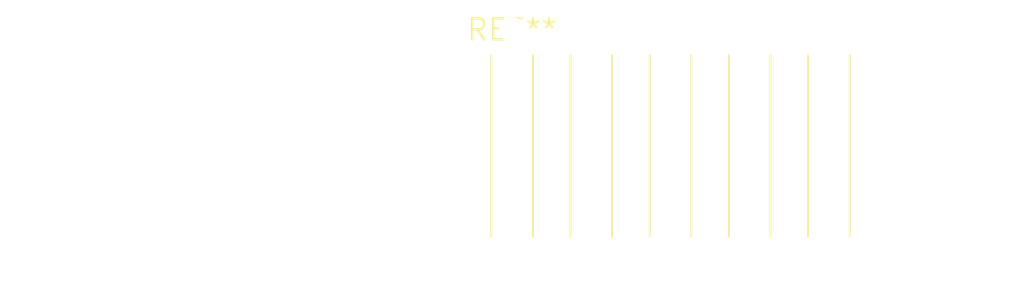
<source format=kicad_pcb>
(kicad_pcb (version 20240108) (generator pcbnew)
  (layers (0 "F.Cu" signal) (31 "B.Cu" signal) (34 "B.Paste" user) (35 "F.Paste" user) (36 "B.SilkS" user "B.Silkscreen") (37 "F.SilkS" user "F.Silkscreen") (38 "B.Mask" user) (39 "F.Mask" user) (44 "Edge.Cuts" user))
  (net 0 "")
  (footprint "SolderWire-0.75sqmm_1x05_P4.8mm_D1.25mm_OD2.3mm_Relief" (layer "F.Cu") (at 0 0)
    (property "Reference" "REF**")
    (property "Value" "SolderWire-0.75sqmm_1x05_P4.8mm_D1.25mm_OD2.3mm_Relief")
    (fp_line (start -1.26 1.535) (end -1.26 12.54) (layer "F.SilkS") (stroke (width 0.12)))
    (fp_line (start 1.26 1.535) (end 1.26 12.54) (layer "F.SilkS") (stroke (width 0.12)))
    (fp_line (start 3.54 1.535) (end 3.54 12.54) (layer "F.SilkS") (stroke (width 0.12)))
    (fp_line (start 6.06 1.535) (end 6.06 12.54) (layer "F.SilkS") (stroke (width 0.12)))
    (fp_line (start 8.34 1.535) (end 8.34 12.54) (layer "F.SilkS") (stroke (width 0.12)))
    (fp_line (start 10.86 1.535) (end 10.86 12.54) (layer "F.SilkS") (stroke (width 0.12)))
    (fp_line (start 13.14 1.535) (end 13.14 12.54) (layer "F.SilkS") (stroke (width 0.12)))
    (fp_line (start 15.66 1.535) (end 15.66 12.54) (layer "F.SilkS") (stroke (width 0.12)))
    (fp_line (start 17.94 1.535) (end 17.94 12.54) (layer "F.SilkS") (stroke (width 0.12)))
    (fp_line (start 20.46 1.535) (end 20.46 12.54) (layer "F.SilkS") (stroke (width 0.12)))
    (pad "" np_thru_hole circle (at 0 13.8) (size 2.8 2.8) (drill 2.8) (layers *.Cu *.Mask))
    (pad "" np_thru_hole circle (at 4.8 13.8) (size 2.8 2.8) (drill 2.8) (layers *.Cu *.Mask))
    (pad "" np_thru_hole circle (at 9.6 13.8) (size 2.8 2.8) (drill 2.8) (layers *.Cu *.Mask))
    (pad "" np_thru_hole circle (at 14.4 13.8) (size 2.8 2.8) (drill 2.8) (layers *.Cu *.Mask))
    (pad "" np_thru_hole circle (at 19.2 13.8) (size 2.8 2.8) (drill 2.8) (layers *.Cu *.Mask))
    (pad "1" thru_hole roundrect (at 0 0) (size 2.55 2.55) (drill 1.55) (layers *.Cu *.Mask) (remove_unused_layers) (roundrect_rratio 0.098039))
    (pad "2" thru_hole circle (at 4.8 0) (size 2.55 2.55) (drill 1.55) (layers *.Cu *.Mask) (remove_unused_layers))
    (pad "3" thru_hole circle (at 9.6 0) (size 2.55 2.55) (drill 1.55) (layers *.Cu *.Mask) (remove_unused_layers))
    (pad "4" thru_hole circle (at 14.4 0) (size 2.55 2.55) (drill 1.55) (layers *.Cu *.Mask) (remove_unused_layers))
    (pad "5" thru_hole circle (at 19.2 0) (size 2.55 2.55) (drill 1.55) (layers *.Cu *.Mask) (remove_unused_layers))
  )
)
</source>
